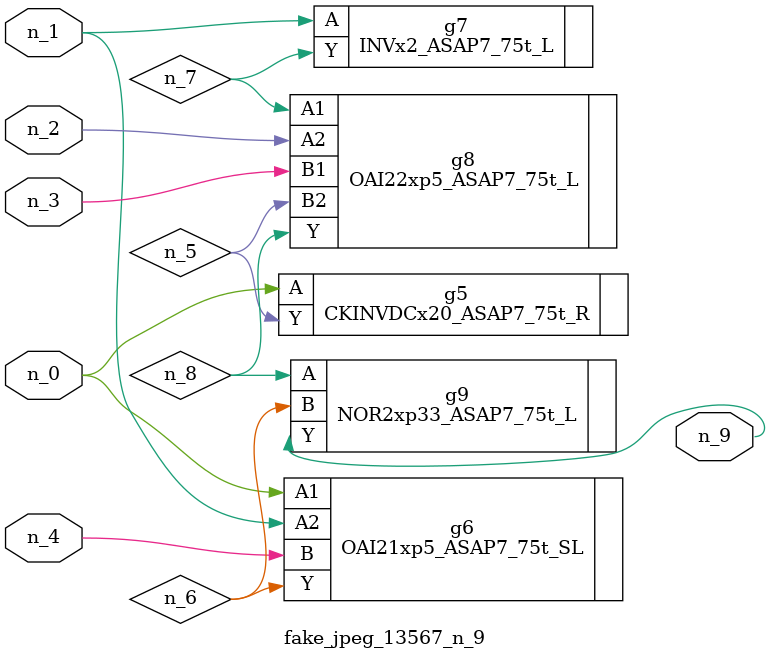
<source format=v>
module fake_jpeg_13567_n_9 (n_3, n_2, n_1, n_0, n_4, n_9);

input n_3;
input n_2;
input n_1;
input n_0;
input n_4;

output n_9;

wire n_8;
wire n_6;
wire n_5;
wire n_7;

CKINVDCx20_ASAP7_75t_R g5 ( 
.A(n_0),
.Y(n_5)
);

OAI21xp5_ASAP7_75t_SL g6 ( 
.A1(n_0),
.A2(n_1),
.B(n_4),
.Y(n_6)
);

INVx2_ASAP7_75t_L g7 ( 
.A(n_1),
.Y(n_7)
);

OAI22xp5_ASAP7_75t_L g8 ( 
.A1(n_7),
.A2(n_2),
.B1(n_3),
.B2(n_5),
.Y(n_8)
);

NOR2xp33_ASAP7_75t_L g9 ( 
.A(n_8),
.B(n_6),
.Y(n_9)
);


endmodule
</source>
